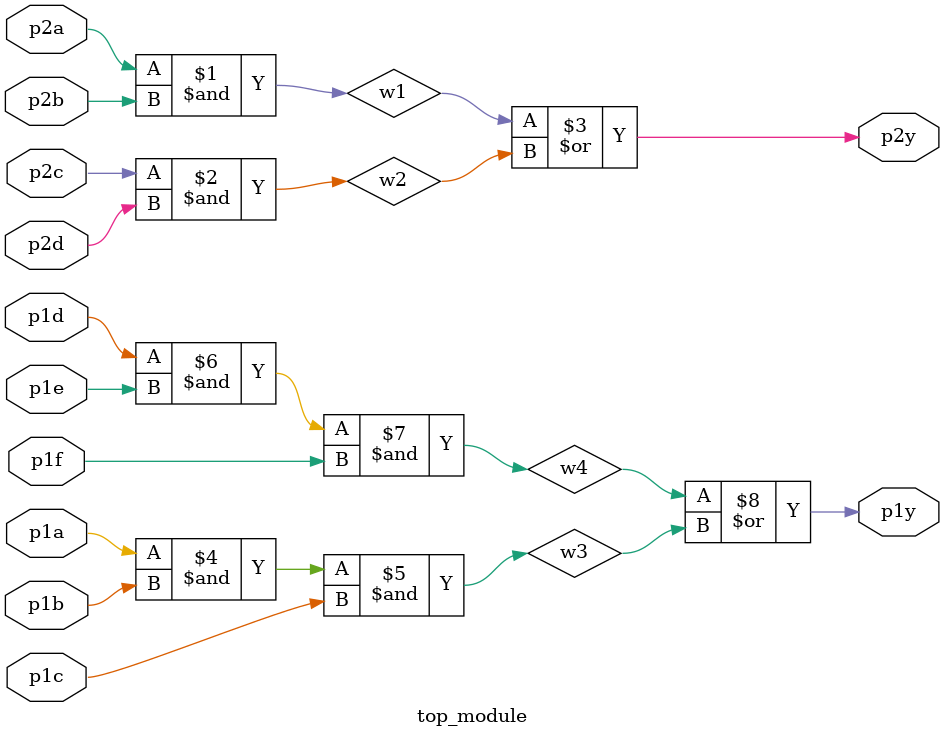
<source format=v>
module top_module ( 
    input p1a, p1b, p1c, p1d, p1e, p1f,
    output p1y,
    input p2a, p2b, p2c, p2d,
    output p2y );
    wire w1 , w2,w3,w4;
    and g1(w1 , p2a , p2b);
    and g2(w2 , p2c , p2d);
    or g3(p2y , w1 , w2);
    and g4(w3 , p1a , p1b , p1c);
    and g5(w4 , p1d , p1e , p1f);
    or g6(p1y , w4 , w3);
    


endmodule

</source>
